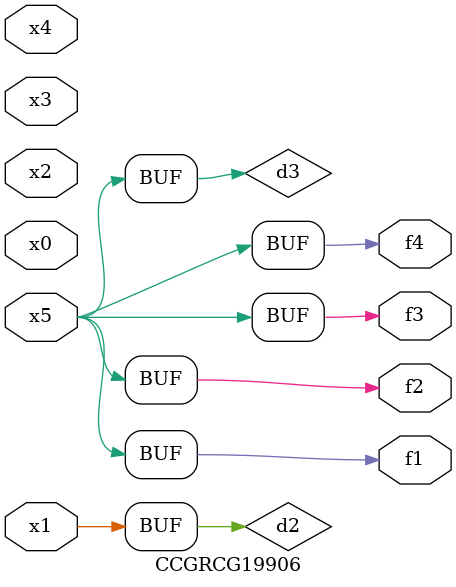
<source format=v>
module CCGRCG19906(
	input x0, x1, x2, x3, x4, x5,
	output f1, f2, f3, f4
);

	wire d1, d2, d3;

	not (d1, x5);
	or (d2, x1);
	xnor (d3, d1);
	assign f1 = d3;
	assign f2 = d3;
	assign f3 = d3;
	assign f4 = d3;
endmodule

</source>
